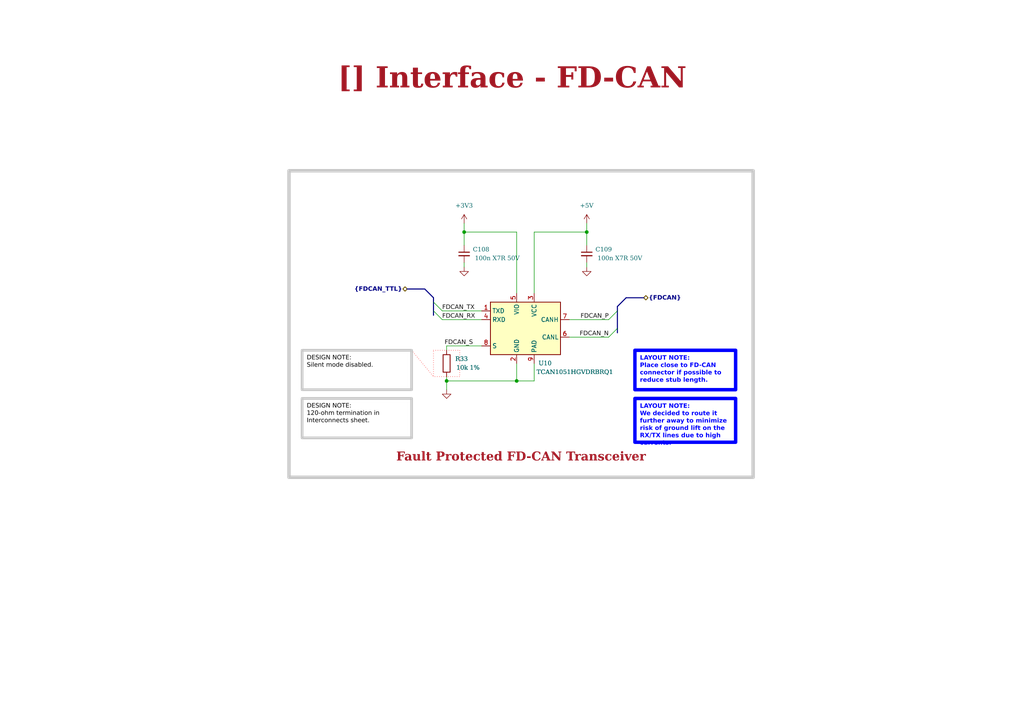
<source format=kicad_sch>
(kicad_sch (version 20231120) (generator "eeschema") (generator_version "8.0")
  (paper "A4")
  (title_block (title "Interface - FD-CAN") (date "2023-10-15") (rev "${REVISION}") (company "${COMPANY}"))
  (lib_symbols
    (symbol "0_interface_can:TCAN1051HGVDRBRQ1"
      (property "Reference" "U" (at 0 0 0))
      (property "Value" "TCAN1051HGVDRBRQ1" (at 0 0 0))
      (symbol "TCAN1051HGVDRBRQ1_0_1"
        (rectangle (start -10.16 7.62) (end 10.16 -7.62) (stroke (width 0.254)) (fill (type background)))
      )
      (symbol "TCAN1051HGVDRBRQ1_1_1"
        (pin input line (at -12.7 5.08 0) (length 2.54) (name "TXD") (number "1"))
        (pin power_in line (at -2.54 -10.16 90) (length 2.54) (name "GND") (number "2"))
        (pin power_in line (at 2.54 10.16 270) (length 2.54) (name "VCC") (number "3"))
        (pin output line (at -12.7 2.54 0) (length 2.54) (name "RXD") (number "4"))
        (pin power_in line (at -2.54 10.16 270) (length 2.54) (name "VIO") (number "5"))
        (pin bidirectional line (at 12.7 -2.54 180) (length 2.54) (name "CANL") (number "6"))
        (pin bidirectional line (at 12.7 2.54 180) (length 2.54) (name "CANH") (number "7"))
        (pin input line (at -12.7 -5.08 0) (length 2.54) (name "S") (number "8"))
        (pin passive line (at 2.54 -10.16 90) (length 2.54) (name "PAD") (number "9"))
      )
    )
    (symbol "Device:C_Small" (pin_numbers hide) (pin_names (offset 0.254) hide)
      (property "Reference" "C" (at 0.254 1.778 0))
      (property "Value" "C_Small" (at 0.254 -2.032 0))
      (symbol "C_Small_0_1"
        (polyline (pts (xy -1.524 -0.508) (xy 1.524 -0.508)) (stroke (width 0.3302)))
        (polyline (pts (xy -1.524 0.508) (xy 1.524 0.508)) (stroke (width 0.3048)))
      )
      (symbol "C_Small_1_1"
        (pin passive line (at 0 2.54 270) (length 2.032) (name "~") (number "1"))
        (pin passive line (at 0 -2.54 90) (length 2.032) (name "~") (number "2"))
      )
    )
    (symbol "Device:R" (pin_numbers hide) (pin_names (offset 0))
      (property "Reference" "R" (at 2.032 0 90))
      (property "Value" "R" (at 0 0 90))
      (symbol "R_0_1"
        (rectangle (start -1.016 -2.54) (end 1.016 2.54) (stroke (width 0.254)))
      )
      (symbol "R_1_1"
        (pin passive line (at 0 3.81 270) (length 1.27) (name "~") (number "1"))
        (pin passive line (at 0 -3.81 90) (length 1.27) (name "~") (number "2"))
      )
    )
    (symbol "power:+3V3" (power) (pin_names (offset 0))
      (property "Value" "+3V3" (at 0 3.556 0))
      (symbol "+3V3_0_1"
        (polyline (pts (xy -0.762 1.27) (xy 0 2.54)))
        (polyline (pts (xy 0 0) (xy 0 2.54)))
        (polyline (pts (xy 0 2.54) (xy 0.762 1.27)))
      )
      (symbol "+3V3_1_1"
        (pin power_in line (at 0 0 90) (length 0) hide (name "+3V3") (number "1"))
      )
    )
    (symbol "power:+5V" (power) (pin_names (offset 0))
      (property "Value" "+5V" (at 0 3.556 0))
      (symbol "+5V_0_1"
        (polyline (pts (xy -0.762 1.27) (xy 0 2.54)))
        (polyline (pts (xy 0 0) (xy 0 2.54)))
        (polyline (pts (xy 0 2.54) (xy 0.762 1.27)))
      )
      (symbol "+5V_1_1"
        (pin power_in line (at 0 0 90) (length 0) hide (name "+5V") (number "1"))
      )
    )
    (symbol "power:GND" (power) (pin_names (offset 0))
      (property "Value" "GND" (at 0 -3.81 0))
      (symbol "GND_0_1"
        (polyline (pts (xy 0 0) (xy 0 -1.27) (xy 1.27 -1.27) (xy 0 -2.54) (xy -1.27 -1.27) (xy 0 -1.27)))
      )
      (symbol "GND_1_1"
        (pin power_in line (at 0 0 270) (length 0) hide (name "GND") (number "1"))
      )
    )
  )
  (junction (at 134.62 67.31))
  (junction (at 149.86 110.49))
  (junction (at 170.18 67.31))
  (junction (at 129.54 110.49))
  (bus_entry (at 179.07 95.25) (size -2.54 2.54))
  (bus_entry (at 179.07 90.17) (size -2.54 2.54))
  (bus_entry (at 125.73 87.63) (size 2.54 2.54))
  (bus_entry (at 125.73 90.17) (size 2.54 2.54))
  (wire (pts (xy 129.54 110.49) (xy 149.86 110.49)))
  (bus (pts (xy 179.07 90.17) (xy 179.07 95.25)))
  (wire (pts (xy 170.18 64.77) (xy 170.18 67.31)))
  (bus (pts (xy 179.07 88.9) (xy 179.07 90.17)))
  (bus (pts (xy 181.61 86.36) (xy 179.07 88.9)))
  (bus (pts (xy 123.19 83.82) (xy 125.73 86.36)))
  (wire (pts (xy 170.18 71.12) (xy 170.18 67.31)))
  (wire (pts (xy 129.54 100.33) (xy 139.7 100.33)))
  (wire (pts (xy 176.53 92.71) (xy 165.1 92.71)))
  (wire (pts (xy 149.86 110.49) (xy 154.94 110.49)))
  (bus (pts (xy 179.07 95.25) (xy 179.07 96.52)))
  (bus (pts (xy 125.73 86.36) (xy 125.73 87.63)))
  (wire (pts (xy 170.18 67.31) (xy 154.94 67.31)))
  (wire (pts (xy 128.27 92.71) (xy 139.7 92.71)))
  (wire (pts (xy 128.27 90.17) (xy 139.7 90.17)))
  (wire (pts (xy 134.62 77.47) (xy 134.62 76.2)))
  (wire (pts (xy 154.94 67.31) (xy 154.94 85.09)))
  (bus (pts (xy 125.73 87.63) (xy 125.73 90.17)))
  (wire (pts (xy 149.86 105.41) (xy 149.86 110.49)))
  (wire (pts (xy 134.62 71.12) (xy 134.62 67.31)))
  (bus (pts (xy 186.69 86.36) (xy 181.61 86.36)))
  (wire (pts (xy 170.18 77.47) (xy 170.18 76.2)))
  (bus (pts (xy 125.73 90.17) (xy 125.73 91.44)))
  (wire (pts (xy 176.53 97.79) (xy 165.1 97.79)))
  (wire (pts (xy 129.54 101.6) (xy 129.54 100.33)))
  (bus (pts (xy 118.11 83.82) (xy 123.19 83.82)))
  (wire (pts (xy 149.86 67.31) (xy 149.86 85.09)))
  (wire (pts (xy 129.54 113.03) (xy 129.54 110.49)))
  (wire (pts (xy 129.54 109.22) (xy 129.54 110.49)))
  (wire (pts (xy 154.94 110.49) (xy 154.94 105.41)))
  (wire (pts (xy 134.62 64.77) (xy 134.62 67.31)))
  (polyline (pts (xy 119.38 101.6) (xy 125.73 109.22)) (stroke (width 0) (type dot) (color 255 0 0 1)))
  (wire (pts (xy 134.62 67.31) (xy 149.86 67.31)))
  (rectangle (start 83.82 49.53) (end 218.44 138.43) (stroke (width 1) (color 200 200 200 1)))
  (rectangle (start 125.73 101.6) (end 133.35 109.22) (stroke (width 0) (type dot) (color 255 0 0 1)))
  (text_box "LAYOUT NOTE:\nPlace close to FD-CAN connector if possible to reduce stub length." (at 184.15 101.6 0) (size 29.21 11.43) (stroke (width 1) (color 0 0 255 1)) (effects (font (size 1.27 1.27) (thickness 0.4) (bold yes)) (justify left top)))
  (text_box "LAYOUT NOTE:\nWe decided to route it further away to minimize risk of ground lift on the RX/TX lines due to high currents." (at 184.15 115.57 0) (size 29.21 12.7) (stroke (width 1) (color 0 0 255 1)) (effects (font (size 1.27 1.27) (thickness 0.4) (bold yes)) (justify left top)))
  (text_box "DESIGN NOTE:\n120-ohm termination in Interconnects sheet." (at 87.63 115.57 0) (size 31.75 11.43) (stroke (width 0.8) (color 200 200 200 1)) (effects (font (size 1.27 1.27)) (justify left top)))
  (text_box "[${#}] ${TITLE}" (at 80.01 16.51 0) (size 137.16 12.7) (stroke (width -0.0001)) (effects (font (size 6 6) (thickness 1.2) (bold yes))))
  (text_box "Fault Protected FD-CAN Transceiver" (at 85.09 127 0) (size 132.08 8.89) (stroke (width -0.0001)) (effects (font (size 2.54 2.54) (thickness 0.508) (bold yes)) (justify bottom)))
  (text_box "DESIGN NOTE:\nSilent mode disabled." (at 87.63 101.6 0) (size 31.75 11.43) (stroke (width 0.8) (color 200 200 200 1)) (effects (font (size 1.27 1.27)) (justify left top)))
  (label "FDCAN_TX" (at 128.27 90.17 0))
  (label "FDCAN_S" (at 137.16 100.33 180))
  (label "FDCAN_P" (at 176.53 92.71 180))
  (label "FDCAN_RX" (at 128.27 92.71 0))
  (label "FDCAN_N" (at 176.53 97.79 180))
  (hierarchical_label "{FDCAN_TTL}" (shape bidirectional) (at 118.11 83.82 180) (effects (font (bold yes))))
  (hierarchical_label "{FDCAN}" (shape bidirectional) (at 186.69 86.36 0) (effects (font (bold yes))))
  (symbol (lib_id "0_interface_can:TCAN1051HGVDRBRQ1") (at 152.4 95.25 0) (unit 1)
    (property "Reference" "U10" (at 156.21 105.41 0) (effects (justify left)))
    (property "Value" "TCAN1051HGVDRBRQ1" (at 156.21 107.95 0) (effects (justify left)))
    (property "Footprint" "0_package_SON:HVSON-8-1EP_3x3mm_P0.65mm_EP1.6x2.4mm_ThermalVias" (effects (hide yes)))
    (property "Datasheet" "https://www.ti.com/general/docs/suppproductinfo.tsp?distId=10&gotoUrl=https%3A%2F%2Fwww.ti.com%2Flit%2Fgpn%2Ftcan1051-q1" (effects (hide yes)))
    (property "Description" "TCAN1051-Q1 Automotive Fault Protected CAN Transceiver with CAN FD" (effects (hide yes)))
    (property "Supplier 1" "Digikey" (effects (hide yes)))
    (property "Supplier Part Number 1" "296-TCAN1051HGVDRBRQ1CT-ND" (effects (hide yes)))
    (property "manf" "Texas Instruments" (effects (hide yes)))
    (property "manf#" "TCAN1051HGVDRBRQ1" (effects (hide yes)))
  )
  (symbol (lib_id "power:+3V3") (at 134.62 64.77 0) (unit 1)
    (property "Reference" "#PWR056" (effects (hide yes)))
    (property "Value" "+3V3" (at 134.62 59.69 0))
  )
  (symbol (lib_id "power:GND") (at 129.54 113.03 0) (unit 1)
    (property "Reference" "#PWR055" (effects (hide yes)))
    (property "Value" "GND" (effects (hide yes)))
  )
  (symbol (lib_id "power:GND") (at 134.62 77.47 0) (unit 1)
    (property "Reference" "#PWR057" (effects (hide yes)))
    (property "Value" "GND" (effects (hide yes)))
  )
  (symbol (lib_id "power:GND") (at 170.18 77.47 0) (mirror y) (unit 1)
    (property "Reference" "#PWR059" (effects (hide yes)))
    (property "Value" "GND" (effects (hide yes)))
  )
  (symbol (lib_id "Device:C_Small") (at 170.18 73.66 0) (unit 1)
    (property "Reference" "C109" (at 172.72 72.3963 0) (effects (justify left)))
    (property "Value" "100n X7R 50V" (at 172.72 74.9363 0) (effects (justify left)))
    (property "Footprint" "0_capacitor_smd:C_0402_1005_DensityHigh" (effects (hide yes)))
    (property "Datasheet" "https://search.murata.co.jp/Ceramy/image/img/A01X/G101/ENG/GCM155R71H104KE02-01.pdf" (effects (hide yes)))
    (property "Description" "0.1 µF ±10% 50V Ceramic Capacitor X7R 0402 (1005 Metric)" (effects (hide yes)))
    (property "Supplier 1" "Digikey" (effects (hide yes)))
    (property "Supplier Part Number 1" "490-14514-1-ND" (effects (hide yes)))
    (property "manf" "Murata Electronics" (effects (hide yes)))
    (property "manf#" "GCM155R71H104KE02J" (effects (hide yes)))
  )
  (symbol (lib_id "power:+5V") (at 170.18 64.77 0) (unit 1)
    (property "Reference" "#PWR058" (effects (hide yes)))
    (property "Value" "+5V" (at 170.18 59.69 0))
  )
  (symbol (lib_id "Device:C_Small") (at 134.62 73.66 0) (unit 1)
    (property "Reference" "C108" (at 137.16 72.3963 0) (effects (justify left)))
    (property "Value" "100n X7R 50V" (at 137.16 74.9363 0) (effects (justify left)))
    (property "Footprint" "0_capacitor_smd:C_0402_1005_DensityHigh" (effects (hide yes)))
    (property "Datasheet" "https://search.murata.co.jp/Ceramy/image/img/A01X/G101/ENG/GCM155R71H104KE02-01.pdf" (effects (hide yes)))
    (property "Description" "0.1 µF ±10% 50V Ceramic Capacitor X7R 0402 (1005 Metric)" (effects (hide yes)))
    (property "Supplier 1" "Digikey" (effects (hide yes)))
    (property "Supplier Part Number 1" "490-14514-1-ND" (effects (hide yes)))
    (property "manf" "Murata Electronics" (effects (hide yes)))
    (property "manf#" "GCM155R71H104KE02J" (effects (hide yes)))
  )
  (symbol (lib_id "Device:R") (at 129.54 105.41 0) (unit 1)
    (property "Reference" "R33" (at 132.08 104.14 0) (effects (justify left)))
    (property "Value" "10k 1%" (at 132.08 106.68 0) (effects (justify left)))
    (property "Footprint" "0_resistor_smd:R_0402_1005_DensityHigh" (effects (hide yes)))
    (property "Datasheet" "https://www.yageo.com/upload/media/product/app/datasheet/rchip/pyu-rt_1-to-0.01_rohs_l.pdf" (effects (hide yes)))
    (property "Description" "10 kOhms ±1% 0.063W, 1/16W Chip Resistor 0402 (1005 Metric) Thin Film" (effects (hide yes)))
    (property "Supplier 1" "Digikey" (effects (hide yes)))
    (property "Supplier Part Number 1" "YAG1233CT-ND" (effects (hide yes)))
    (property "manf" "YAGEO" (effects (hide yes)))
    (property "manf#" "RT0402FRE0710KL" (effects (hide yes)))
  )
)
</source>
